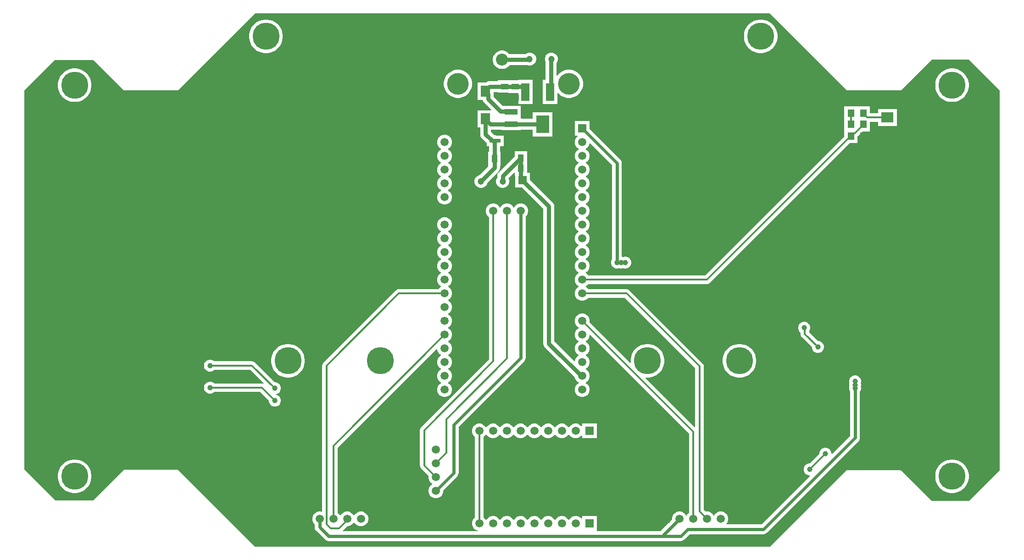
<source format=gbl>
G04*
G04 #@! TF.GenerationSoftware,Altium Limited,Altium Designer,23.0.1 (38)*
G04*
G04 Layer_Physical_Order=2*
G04 Layer_Color=16711680*
%FSLAX25Y25*%
%MOIN*%
G70*
G04*
G04 #@! TF.SameCoordinates,CBCD5F51-024F-4456-99E9-F8A3691CA7AB*
G04*
G04*
G04 #@! TF.FilePolarity,Positive*
G04*
G01*
G75*
%ADD18R,0.05000X0.05500*%
%ADD35C,0.02362*%
%ADD36C,0.01378*%
%ADD37R,0.05984X0.05984*%
%ADD38C,0.05984*%
%ADD39C,0.04724*%
%ADD40C,0.08661*%
%ADD41R,0.09000X0.07500*%
%ADD42O,0.09000X0.07500*%
%ADD43R,0.05984X0.05984*%
%ADD44C,0.19685*%
%ADD45C,0.15748*%
%ADD46C,0.05000*%
%ADD47C,0.03937*%
%ADD48R,0.05500X0.04331*%
%ADD49R,0.09449X0.03937*%
%ADD50R,0.09449X0.12992*%
%ADD51R,0.06000X0.06000*%
%ADD52R,0.04331X0.05500*%
%ADD53O,0.07874X0.02756*%
%ADD54R,0.07874X0.02756*%
%ADD55R,0.06693X0.07874*%
%ADD56R,0.05906X0.12992*%
%ADD57C,0.03150*%
G36*
X597969Y332911D02*
Y332731D01*
X637569D01*
X637592Y332707D01*
X660148Y355263D01*
X686637D01*
X709276Y332623D01*
Y56508D01*
X686903Y34135D01*
X686773Y34265D01*
X659350D01*
Y34334D01*
X637141Y56543D01*
X597821D01*
X542097Y819D01*
X167999D01*
X112038Y56780D01*
Y56806D01*
X72662D01*
X50388Y34531D01*
X23040D01*
X518Y57053D01*
Y57182D01*
X513Y332695D01*
X22759Y354941D01*
X50384D01*
X72633Y332692D01*
Y332681D01*
X111967D01*
X111972Y332676D01*
X168073Y388777D01*
X542103D01*
X597969Y332911D01*
D02*
G37*
%LPC*%
G36*
X536461Y384205D02*
X534540D01*
X532642Y383904D01*
X530815Y383311D01*
X529103Y382438D01*
X527549Y381309D01*
X526191Y379951D01*
X525062Y378397D01*
X524190Y376685D01*
X523596Y374858D01*
X523295Y372960D01*
Y371040D01*
X523596Y369142D01*
X524190Y367315D01*
X525062Y365603D01*
X526191Y364049D01*
X527549Y362691D01*
X529103Y361562D01*
X530815Y360689D01*
X532642Y360096D01*
X534540Y359795D01*
X536461D01*
X538358Y360096D01*
X540185Y360689D01*
X541897Y361562D01*
X543451Y362691D01*
X544809Y364049D01*
X545938Y365603D01*
X546811Y367315D01*
X547404Y369142D01*
X547705Y371040D01*
Y372960D01*
X547404Y374858D01*
X546811Y376685D01*
X545938Y378397D01*
X544809Y379951D01*
X543451Y381309D01*
X541897Y382438D01*
X540185Y383311D01*
X538358Y383904D01*
X536461Y384205D01*
D02*
G37*
G36*
X176961D02*
X175040D01*
X173142Y383904D01*
X171315Y383311D01*
X169603Y382438D01*
X168049Y381309D01*
X166691Y379951D01*
X165562Y378397D01*
X164690Y376685D01*
X164096Y374858D01*
X163795Y372960D01*
Y371040D01*
X164096Y369142D01*
X164690Y367315D01*
X165562Y365603D01*
X166691Y364049D01*
X168049Y362691D01*
X169603Y361562D01*
X171315Y360689D01*
X173142Y360096D01*
X175040Y359795D01*
X176961D01*
X178858Y360096D01*
X180685Y360689D01*
X182397Y361562D01*
X183951Y362691D01*
X185309Y364049D01*
X186438Y365603D01*
X187311Y367315D01*
X187904Y369142D01*
X188205Y371040D01*
Y372960D01*
X187904Y374858D01*
X187311Y376685D01*
X186438Y378397D01*
X185309Y379951D01*
X183951Y381309D01*
X182397Y382438D01*
X180685Y383311D01*
X178858Y383904D01*
X176961Y384205D01*
D02*
G37*
G36*
X348170Y361693D02*
X346852D01*
X345559Y361436D01*
X344340Y360931D01*
X343244Y360199D01*
X342312Y359266D01*
X341580Y358170D01*
X341075Y356952D01*
X340818Y355659D01*
Y354341D01*
X341075Y353048D01*
X341580Y351830D01*
X342312Y350733D01*
X343244Y349801D01*
X344340Y349069D01*
X345559Y348564D01*
X346852Y348307D01*
X348170D01*
X349463Y348564D01*
X350681Y349069D01*
X351777Y349801D01*
X352710Y350733D01*
X353074Y351279D01*
X365483D01*
X365797Y351098D01*
X366999Y350776D01*
X368243D01*
X369445Y351098D01*
X370522Y351719D01*
X371402Y352599D01*
X372024Y353677D01*
X372345Y354878D01*
Y356122D01*
X372024Y357324D01*
X371402Y358401D01*
X370522Y359280D01*
X369445Y359902D01*
X368243Y360224D01*
X366999D01*
X365797Y359902D01*
X364720Y359280D01*
X364661Y359221D01*
X352740D01*
X352710Y359266D01*
X351777Y360199D01*
X350681Y360931D01*
X349463Y361436D01*
X348170Y361693D01*
D02*
G37*
G36*
X369936Y340358D02*
X359306D01*
Y339965D01*
X354733D01*
Y340028D01*
X344509D01*
Y339471D01*
X338515D01*
X337487Y339336D01*
X336529Y338939D01*
X335716Y338315D01*
X329912D01*
Y325717D01*
X333539D01*
X333557Y325580D01*
X333954Y324622D01*
X334585Y323799D01*
X339639Y318745D01*
X339447Y318283D01*
X329912D01*
Y305685D01*
X331650D01*
Y300835D01*
X331785Y299807D01*
X332182Y298849D01*
X332813Y298027D01*
X336322Y294518D01*
Y292260D01*
X338088D01*
Y288112D01*
X337531D01*
Y277887D01*
X337531D01*
X337674Y277542D01*
X331257Y271126D01*
X330423Y270902D01*
X329346Y270281D01*
X328467Y269401D01*
X327845Y268323D01*
X327523Y267122D01*
Y265878D01*
X327845Y264676D01*
X328467Y263599D01*
X329346Y262719D01*
X330423Y262098D01*
X331625Y261776D01*
X332869D01*
X334071Y262098D01*
X335148Y262719D01*
X336028Y263599D01*
X336649Y264676D01*
X336873Y265510D01*
X344514Y273151D01*
X344832Y273469D01*
X345187Y273120D01*
X344556Y272298D01*
X344159Y271340D01*
X344024Y270312D01*
Y269071D01*
X343593Y268323D01*
X343271Y267122D01*
Y265878D01*
X343593Y264676D01*
X344215Y263599D01*
X345094Y262719D01*
X346171Y262098D01*
X347373Y261776D01*
X348617D01*
X349819Y262098D01*
X350896Y262719D01*
X351776Y263599D01*
X352397Y264676D01*
X352719Y265878D01*
Y267122D01*
X352397Y268323D01*
X352114Y268815D01*
X356194Y272895D01*
X356656Y272704D01*
Y270888D01*
X356967D01*
Y262138D01*
X362076D01*
X377529Y246685D01*
Y148548D01*
X377664Y147520D01*
X378061Y146563D01*
X378692Y145740D01*
X400579Y123853D01*
X400826Y122933D01*
X401531Y121712D01*
X402527Y120715D01*
X403267Y120289D01*
Y119711D01*
X402527Y119284D01*
X401531Y118288D01*
X400826Y117067D01*
X400461Y115705D01*
Y114295D01*
X400826Y112933D01*
X401531Y111712D01*
X402527Y110715D01*
X403748Y110011D01*
X405110Y109646D01*
X406520D01*
X407882Y110011D01*
X409103Y110715D01*
X410100Y111712D01*
X410805Y112933D01*
X411169Y114295D01*
Y115705D01*
X410805Y117067D01*
X410100Y118288D01*
X409103Y119284D01*
X408363Y119711D01*
Y120289D01*
X409103Y120715D01*
X410100Y121712D01*
X410805Y122933D01*
X411169Y124295D01*
Y125705D01*
X410805Y127067D01*
X410100Y128288D01*
X409103Y129285D01*
X408363Y129711D01*
Y130289D01*
X409103Y130716D01*
X410100Y131712D01*
X410805Y132933D01*
X411169Y134295D01*
Y135705D01*
X410805Y137067D01*
X410100Y138288D01*
X409103Y139285D01*
X408363Y139711D01*
Y140289D01*
X409103Y140716D01*
X410100Y141712D01*
X410805Y142933D01*
X411169Y144295D01*
Y145705D01*
X410805Y147067D01*
X410100Y148288D01*
X409103Y149285D01*
X408363Y149711D01*
Y150289D01*
X409103Y150715D01*
X410100Y151712D01*
X410805Y152933D01*
X411169Y154295D01*
Y154640D01*
X411631Y154832D01*
X483423Y83040D01*
Y25406D01*
X483212Y25284D01*
X482215Y24288D01*
X481789Y23548D01*
X481211D01*
X480785Y24288D01*
X479788Y25284D01*
X478567Y25989D01*
X477205Y26354D01*
X475795D01*
X474433Y25989D01*
X473212Y25284D01*
X472216Y24288D01*
X471511Y23067D01*
X471146Y21705D01*
Y20700D01*
X462520Y12074D01*
X416485D01*
X416354Y12520D01*
X416354Y12574D01*
Y23228D01*
X405646D01*
Y21497D01*
X405146Y21301D01*
X404288Y22159D01*
X403067Y22863D01*
X401705Y23228D01*
X400295D01*
X398933Y22863D01*
X397712Y22159D01*
X396715Y21162D01*
X396289Y20422D01*
X395711D01*
X395285Y21162D01*
X394288Y22159D01*
X393067Y22863D01*
X391705Y23228D01*
X390295D01*
X388933Y22863D01*
X387712Y22159D01*
X386716Y21162D01*
X386289Y20422D01*
X385711D01*
X385284Y21162D01*
X384288Y22159D01*
X383067Y22863D01*
X381705Y23228D01*
X380295D01*
X378933Y22863D01*
X377712Y22159D01*
X376715Y21162D01*
X376289Y20422D01*
X375711D01*
X375285Y21162D01*
X374288Y22159D01*
X373067Y22863D01*
X371705Y23228D01*
X370295D01*
X368933Y22863D01*
X367712Y22159D01*
X366716Y21162D01*
X366289Y20422D01*
X365711D01*
X365284Y21162D01*
X364288Y22159D01*
X363067Y22863D01*
X361705Y23228D01*
X360295D01*
X358933Y22863D01*
X357712Y22159D01*
X356715Y21162D01*
X356289Y20422D01*
X355711D01*
X355285Y21162D01*
X354288Y22159D01*
X353067Y22863D01*
X351705Y23228D01*
X350295D01*
X348933Y22863D01*
X347712Y22159D01*
X346715Y21162D01*
X346289Y20422D01*
X345711D01*
X345285Y21162D01*
X344288Y22159D01*
X343067Y22863D01*
X341705Y23228D01*
X340295D01*
X338933Y22863D01*
X337712Y22159D01*
X336716Y21162D01*
X336289Y20422D01*
X335711D01*
X335284Y21162D01*
X334288Y22159D01*
X334078Y22280D01*
Y80594D01*
X334288Y80716D01*
X335284Y81712D01*
X335711Y82452D01*
X336289D01*
X336716Y81712D01*
X337712Y80716D01*
X338933Y80011D01*
X340295Y79646D01*
X341705D01*
X343067Y80011D01*
X344288Y80716D01*
X345285Y81712D01*
X345711Y82452D01*
X346289D01*
X346715Y81712D01*
X347712Y80716D01*
X348933Y80011D01*
X350295Y79646D01*
X351705D01*
X353067Y80011D01*
X354288Y80716D01*
X355285Y81712D01*
X355711Y82452D01*
X356289D01*
X356715Y81712D01*
X357712Y80716D01*
X358933Y80011D01*
X360295Y79646D01*
X361705D01*
X363067Y80011D01*
X364288Y80716D01*
X365284Y81712D01*
X365711Y82452D01*
X366289D01*
X366716Y81712D01*
X367712Y80716D01*
X368933Y80011D01*
X370295Y79646D01*
X371705D01*
X373067Y80011D01*
X374288Y80716D01*
X375285Y81712D01*
X375711Y82452D01*
X376289D01*
X376715Y81712D01*
X377712Y80716D01*
X378933Y80011D01*
X380295Y79646D01*
X381705D01*
X383067Y80011D01*
X384288Y80716D01*
X385284Y81712D01*
X385711Y82452D01*
X386289D01*
X386716Y81712D01*
X387712Y80716D01*
X388933Y80011D01*
X390295Y79646D01*
X391705D01*
X393067Y80011D01*
X394288Y80716D01*
X395285Y81712D01*
X395711Y82452D01*
X396289D01*
X396715Y81712D01*
X397712Y80716D01*
X398933Y80011D01*
X400295Y79646D01*
X401705D01*
X403067Y80011D01*
X404288Y80716D01*
X405146Y81573D01*
X405646Y81377D01*
Y79646D01*
X416354D01*
Y90354D01*
X405646D01*
Y88623D01*
X405146Y88427D01*
X404288Y89284D01*
X403067Y89989D01*
X401705Y90354D01*
X400295D01*
X398933Y89989D01*
X397712Y89284D01*
X396715Y88288D01*
X396289Y87548D01*
X395711D01*
X395285Y88288D01*
X394288Y89284D01*
X393067Y89989D01*
X391705Y90354D01*
X390295D01*
X388933Y89989D01*
X387712Y89284D01*
X386716Y88288D01*
X386289Y87548D01*
X385711D01*
X385284Y88288D01*
X384288Y89284D01*
X383067Y89989D01*
X381705Y90354D01*
X380295D01*
X378933Y89989D01*
X377712Y89284D01*
X376715Y88288D01*
X376289Y87548D01*
X375711D01*
X375285Y88288D01*
X374288Y89284D01*
X373067Y89989D01*
X371705Y90354D01*
X370295D01*
X368933Y89989D01*
X367712Y89284D01*
X366716Y88288D01*
X366289Y87548D01*
X365711D01*
X365284Y88288D01*
X364288Y89284D01*
X363067Y89989D01*
X361705Y90354D01*
X360295D01*
X358933Y89989D01*
X357712Y89284D01*
X356715Y88288D01*
X356289Y87548D01*
X355711D01*
X355285Y88288D01*
X354288Y89284D01*
X353067Y89989D01*
X351705Y90354D01*
X350295D01*
X348933Y89989D01*
X347712Y89284D01*
X346715Y88288D01*
X346289Y87548D01*
X345711D01*
X345285Y88288D01*
X344288Y89284D01*
X343067Y89989D01*
X341705Y90354D01*
X340295D01*
X338933Y89989D01*
X337712Y89284D01*
X336716Y88288D01*
X336289Y87548D01*
X335711D01*
X335284Y88288D01*
X334288Y89284D01*
X333067Y89989D01*
X331705Y90354D01*
X330295D01*
X328933Y89989D01*
X327712Y89284D01*
X326715Y88288D01*
X326011Y87067D01*
X325646Y85705D01*
Y84295D01*
X326011Y82933D01*
X326715Y81712D01*
X327712Y80716D01*
X327923Y80594D01*
Y22280D01*
X327712Y22159D01*
X326715Y21162D01*
X326011Y19941D01*
X325646Y18579D01*
Y17169D01*
X326011Y15807D01*
X326715Y14586D01*
X327712Y13589D01*
X328933Y12885D01*
X330093Y12574D01*
X330027Y12074D01*
X232079D01*
X231888Y12536D01*
X234998Y15646D01*
X235705D01*
X237067Y16011D01*
X238288Y16715D01*
X239284Y17712D01*
X239711Y18452D01*
X240289D01*
X240716Y17712D01*
X241712Y16715D01*
X242933Y16011D01*
X244295Y15646D01*
X245705D01*
X247067Y16011D01*
X248288Y16715D01*
X249285Y17712D01*
X249990Y18933D01*
X250354Y20295D01*
Y21705D01*
X249990Y23067D01*
X249285Y24288D01*
X248288Y25284D01*
X247067Y25989D01*
X245705Y26354D01*
X244295D01*
X242933Y25989D01*
X241712Y25284D01*
X240716Y24288D01*
X240289Y23548D01*
X239711D01*
X239284Y24288D01*
X238288Y25284D01*
X237067Y25989D01*
X235705Y26354D01*
X234295D01*
X232933Y25989D01*
X231712Y25284D01*
X230715Y24288D01*
X230289Y23548D01*
X229711D01*
X229285Y24288D01*
X228288Y25284D01*
X228078Y25406D01*
Y72907D01*
X300003Y144832D01*
X300465Y144640D01*
Y144295D01*
X300829Y142933D01*
X301534Y141712D01*
X302531Y140716D01*
X303270Y140289D01*
Y139711D01*
X302531Y139285D01*
X301534Y138288D01*
X300829Y137067D01*
X300465Y135705D01*
Y134295D01*
X300829Y132933D01*
X301534Y131712D01*
X302531Y130716D01*
X303270Y130289D01*
Y129711D01*
X302531Y129285D01*
X301534Y128288D01*
X300829Y127067D01*
X300465Y125705D01*
Y124295D01*
X300829Y122933D01*
X301534Y121712D01*
X302531Y120715D01*
X303270Y120289D01*
Y119711D01*
X302531Y119284D01*
X301534Y118288D01*
X300829Y117067D01*
X300465Y115705D01*
Y114295D01*
X300829Y112933D01*
X301534Y111712D01*
X302531Y110715D01*
X303752Y110011D01*
X305114Y109646D01*
X306524D01*
X307886Y110011D01*
X309106Y110715D01*
X310103Y111712D01*
X310808Y112933D01*
X311173Y114295D01*
Y115705D01*
X310808Y117067D01*
X310103Y118288D01*
X309106Y119284D01*
X308367Y119711D01*
Y120289D01*
X309106Y120715D01*
X310103Y121712D01*
X310808Y122933D01*
X311173Y124295D01*
Y125705D01*
X310808Y127067D01*
X310103Y128288D01*
X309106Y129285D01*
X308367Y129711D01*
Y130289D01*
X309106Y130716D01*
X310103Y131712D01*
X310808Y132933D01*
X311173Y134295D01*
Y135705D01*
X310808Y137067D01*
X310103Y138288D01*
X309106Y139285D01*
X308367Y139711D01*
Y140289D01*
X309106Y140716D01*
X310103Y141712D01*
X310808Y142933D01*
X311173Y144295D01*
Y145705D01*
X310808Y147067D01*
X310103Y148288D01*
X309106Y149285D01*
X308367Y149711D01*
Y150289D01*
X309106Y150715D01*
X310103Y151712D01*
X310808Y152933D01*
X311173Y154295D01*
Y155705D01*
X310808Y157067D01*
X310103Y158288D01*
X309106Y159284D01*
X308367Y159711D01*
Y160289D01*
X309106Y160715D01*
X310103Y161712D01*
X310808Y162933D01*
X311173Y164295D01*
Y165705D01*
X310808Y167067D01*
X310103Y168288D01*
X309106Y169284D01*
X308367Y169711D01*
Y170289D01*
X309106Y170715D01*
X310103Y171712D01*
X310808Y172933D01*
X311173Y174295D01*
Y175705D01*
X310808Y177067D01*
X310103Y178288D01*
X309106Y179285D01*
X308367Y179711D01*
Y180289D01*
X309106Y180716D01*
X310103Y181712D01*
X310808Y182933D01*
X311173Y184295D01*
Y185705D01*
X310808Y187067D01*
X310103Y188288D01*
X309106Y189285D01*
X308367Y189711D01*
Y190289D01*
X309106Y190716D01*
X310103Y191712D01*
X310808Y192933D01*
X311173Y194295D01*
Y195705D01*
X310808Y197067D01*
X310103Y198288D01*
X309106Y199285D01*
X308367Y199711D01*
Y200289D01*
X309106Y200715D01*
X310103Y201712D01*
X310808Y202933D01*
X311173Y204295D01*
Y205705D01*
X310808Y207067D01*
X310103Y208288D01*
X309106Y209284D01*
X308367Y209711D01*
Y210289D01*
X309106Y210716D01*
X310103Y211712D01*
X310808Y212933D01*
X311173Y214295D01*
Y215705D01*
X310808Y217067D01*
X310103Y218288D01*
X309106Y219285D01*
X308367Y219711D01*
Y220289D01*
X309106Y220715D01*
X310103Y221712D01*
X310808Y222933D01*
X311173Y224295D01*
Y225705D01*
X310808Y227067D01*
X310103Y228288D01*
X309106Y229285D01*
X308367Y229711D01*
Y230289D01*
X309106Y230715D01*
X310103Y231712D01*
X310808Y232933D01*
X311173Y234295D01*
Y235705D01*
X310808Y237067D01*
X310103Y238288D01*
X309106Y239284D01*
X307886Y239989D01*
X306524Y240354D01*
X305114D01*
X303752Y239989D01*
X302531Y239284D01*
X301534Y238288D01*
X300829Y237067D01*
X300465Y235705D01*
Y234295D01*
X300829Y232933D01*
X301534Y231712D01*
X302531Y230715D01*
X303270Y230289D01*
Y229711D01*
X302531Y229285D01*
X301534Y228288D01*
X300829Y227067D01*
X300465Y225705D01*
Y224295D01*
X300829Y222933D01*
X301534Y221712D01*
X302531Y220715D01*
X303270Y220289D01*
Y219711D01*
X302531Y219285D01*
X301534Y218288D01*
X300829Y217067D01*
X300465Y215705D01*
Y214295D01*
X300829Y212933D01*
X301534Y211712D01*
X302531Y210716D01*
X303270Y210289D01*
Y209711D01*
X302531Y209284D01*
X301534Y208288D01*
X300829Y207067D01*
X300465Y205705D01*
Y204295D01*
X300829Y202933D01*
X301534Y201712D01*
X302531Y200715D01*
X303270Y200289D01*
Y199711D01*
X302531Y199285D01*
X301534Y198288D01*
X300829Y197067D01*
X300465Y195705D01*
Y194295D01*
X300829Y192933D01*
X301534Y191712D01*
X302531Y190716D01*
X303270Y190289D01*
Y189711D01*
X302531Y189285D01*
X301534Y188288D01*
X301413Y188077D01*
X272500D01*
X271704Y187973D01*
X270961Y187665D01*
X270324Y187176D01*
X217806Y134658D01*
X217317Y134020D01*
X217189Y133713D01*
X217009Y133278D01*
X216904Y132482D01*
Y26444D01*
X216508Y26139D01*
X215705Y26354D01*
X214295D01*
X212933Y25989D01*
X211712Y25284D01*
X210716Y24288D01*
X210011Y23067D01*
X209646Y21705D01*
Y20295D01*
X210011Y18933D01*
X210716Y17712D01*
X211426Y17002D01*
Y15000D01*
X211548Y14075D01*
X211905Y13213D01*
X212473Y12473D01*
X218973Y5973D01*
X218973Y5973D01*
X219713Y5405D01*
X220575Y5048D01*
X221500Y4926D01*
X221500Y4926D01*
X477500D01*
X478425Y5048D01*
X479287Y5405D01*
X480027Y5973D01*
X483980Y9926D01*
X537500D01*
X538425Y10048D01*
X539287Y10405D01*
X540027Y10973D01*
X606527Y77473D01*
X607095Y78213D01*
X607452Y79075D01*
X607574Y80000D01*
Y113529D01*
X608036Y114328D01*
X608331Y115430D01*
Y116570D01*
X608148Y117250D01*
X608331Y117930D01*
Y119070D01*
X608148Y119750D01*
X608331Y120430D01*
Y121570D01*
X608036Y122672D01*
X607465Y123659D01*
X606659Y124465D01*
X605672Y125036D01*
X604570Y125331D01*
X603430D01*
X602328Y125036D01*
X601341Y124465D01*
X600535Y123659D01*
X599964Y122672D01*
X599669Y121570D01*
Y120430D01*
X599852Y119750D01*
X599669Y119070D01*
Y117930D01*
X599852Y117250D01*
X599669Y116570D01*
Y115430D01*
X599964Y114328D01*
X600426Y113529D01*
Y81480D01*
X587331Y68385D01*
X586831Y68592D01*
Y69070D01*
X586536Y70172D01*
X585965Y71159D01*
X585159Y71965D01*
X584172Y72536D01*
X583070Y72831D01*
X581930D01*
X580828Y72536D01*
X579841Y71965D01*
X579035Y71159D01*
X578464Y70172D01*
X578169Y69070D01*
Y68521D01*
X570978Y61331D01*
X570430D01*
X569328Y61036D01*
X568341Y60465D01*
X567535Y59659D01*
X566964Y58672D01*
X566669Y57570D01*
Y56430D01*
X566964Y55328D01*
X567535Y54341D01*
X568341Y53535D01*
X569328Y52964D01*
X570430Y52669D01*
X570908D01*
X571115Y52169D01*
X536020Y17074D01*
X510799D01*
X510608Y17536D01*
X510785Y17712D01*
X511489Y18933D01*
X511854Y20295D01*
Y21705D01*
X511489Y23067D01*
X510785Y24288D01*
X509788Y25284D01*
X508567Y25989D01*
X507205Y26354D01*
X505795D01*
X504433Y25989D01*
X503212Y25284D01*
X502215Y24288D01*
X501789Y23548D01*
X501211D01*
X500785Y24288D01*
X499788Y25284D01*
X498567Y25989D01*
X497205Y26354D01*
X495795D01*
X495561Y26291D01*
X494077Y27775D01*
Y132000D01*
X493973Y132797D01*
X493665Y133539D01*
X493176Y134176D01*
X440176Y187176D01*
X439539Y187665D01*
X439231Y187793D01*
X438797Y187973D01*
X438000Y188077D01*
X410221D01*
X410100Y188288D01*
X409103Y189285D01*
X408363Y189711D01*
Y190289D01*
X409103Y190716D01*
X410100Y191712D01*
X410221Y191922D01*
X496500D01*
X497296Y192027D01*
X497731Y192208D01*
X498039Y192335D01*
X498676Y192824D01*
X600240Y294388D01*
X605862D01*
Y299289D01*
X605987Y299385D01*
X609490Y302888D01*
X614862D01*
Y309923D01*
X620638D01*
Y306888D01*
X634362D01*
Y319112D01*
X620638D01*
Y316077D01*
X614862D01*
Y321112D01*
X596138D01*
Y310888D01*
Y302888D01*
Y298990D01*
X495225Y198077D01*
X410221D01*
X410100Y198288D01*
X409103Y199285D01*
X408363Y199711D01*
Y200289D01*
X409103Y200715D01*
X410100Y201712D01*
X410805Y202933D01*
X411169Y204295D01*
Y205705D01*
X410805Y207067D01*
X410100Y208288D01*
X409103Y209284D01*
X408363Y209711D01*
Y210289D01*
X409103Y210716D01*
X410100Y211712D01*
X410805Y212933D01*
X411169Y214295D01*
Y215705D01*
X410805Y217067D01*
X410100Y218288D01*
X409103Y219285D01*
X408363Y219711D01*
Y220289D01*
X409103Y220715D01*
X410100Y221712D01*
X410805Y222933D01*
X411169Y224295D01*
Y225705D01*
X410805Y227067D01*
X410100Y228288D01*
X409103Y229285D01*
X408363Y229711D01*
Y230289D01*
X409103Y230715D01*
X410100Y231712D01*
X410805Y232933D01*
X411169Y234295D01*
Y235705D01*
X410805Y237067D01*
X410100Y238288D01*
X409103Y239284D01*
X408363Y239711D01*
Y240289D01*
X409103Y240716D01*
X410100Y241712D01*
X410805Y242933D01*
X411169Y244295D01*
Y245705D01*
X410805Y247067D01*
X410100Y248288D01*
X409103Y249285D01*
X408363Y249711D01*
Y250289D01*
X409103Y250715D01*
X410100Y251712D01*
X410805Y252933D01*
X411169Y254295D01*
Y255705D01*
X410805Y257067D01*
X410100Y258288D01*
X409103Y259284D01*
X408363Y259711D01*
Y260289D01*
X409103Y260716D01*
X410100Y261712D01*
X410805Y262933D01*
X411169Y264295D01*
Y265705D01*
X410805Y267067D01*
X410100Y268288D01*
X409103Y269285D01*
X408363Y269711D01*
Y270289D01*
X409103Y270715D01*
X410100Y271712D01*
X410805Y272933D01*
X411169Y274295D01*
Y275705D01*
X410805Y277067D01*
X410100Y278288D01*
X409103Y279285D01*
X408363Y279711D01*
Y280289D01*
X409103Y280715D01*
X410100Y281712D01*
X410805Y282933D01*
X411169Y284295D01*
Y285705D01*
X410805Y287067D01*
X410100Y288288D01*
X409103Y289284D01*
X408363Y289711D01*
Y290289D01*
X409103Y290716D01*
X410100Y291712D01*
X410805Y292933D01*
X411083Y293971D01*
X411640Y294121D01*
X427426Y278335D01*
Y209971D01*
X426964Y209172D01*
X426669Y208070D01*
Y206930D01*
X426964Y205828D01*
X427535Y204841D01*
X428341Y204035D01*
X429328Y203464D01*
X430430Y203169D01*
X431570D01*
X432500Y203418D01*
X433430Y203169D01*
X434570D01*
X435500Y203418D01*
X436430Y203169D01*
X437570D01*
X438672Y203464D01*
X439659Y204035D01*
X440465Y204841D01*
X441036Y205828D01*
X441331Y206930D01*
Y208070D01*
X441036Y209172D01*
X440465Y210159D01*
X439659Y210965D01*
X438672Y211536D01*
X437570Y211831D01*
X436430D01*
X435500Y211582D01*
X434574Y211830D01*
Y279815D01*
X434574Y279815D01*
X434452Y280740D01*
X434095Y281602D01*
X433527Y282342D01*
X433527Y282342D01*
X411169Y304700D01*
Y310354D01*
X400461D01*
Y299646D01*
X402192D01*
X402389Y299146D01*
X401531Y298288D01*
X400826Y297067D01*
X400461Y295705D01*
Y294295D01*
X400826Y292933D01*
X401531Y291712D01*
X402527Y290716D01*
X403267Y290289D01*
Y289711D01*
X402527Y289284D01*
X401531Y288288D01*
X400826Y287067D01*
X400461Y285705D01*
Y284295D01*
X400826Y282933D01*
X401531Y281712D01*
X402527Y280715D01*
X403267Y280289D01*
Y279711D01*
X402527Y279285D01*
X401531Y278288D01*
X400826Y277067D01*
X400461Y275705D01*
Y274295D01*
X400826Y272933D01*
X401531Y271712D01*
X402527Y270715D01*
X403267Y270289D01*
Y269711D01*
X402527Y269285D01*
X401531Y268288D01*
X400826Y267067D01*
X400461Y265705D01*
Y264295D01*
X400826Y262933D01*
X401531Y261712D01*
X402527Y260716D01*
X403267Y260289D01*
Y259711D01*
X402527Y259284D01*
X401531Y258288D01*
X400826Y257067D01*
X400461Y255705D01*
Y254295D01*
X400826Y252933D01*
X401531Y251712D01*
X402527Y250715D01*
X403267Y250289D01*
Y249711D01*
X402527Y249285D01*
X401531Y248288D01*
X400826Y247067D01*
X400461Y245705D01*
Y244295D01*
X400826Y242933D01*
X401531Y241712D01*
X402527Y240716D01*
X403267Y240289D01*
Y239711D01*
X402527Y239284D01*
X401531Y238288D01*
X400826Y237067D01*
X400461Y235705D01*
Y234295D01*
X400826Y232933D01*
X401531Y231712D01*
X402527Y230715D01*
X403267Y230289D01*
Y229711D01*
X402527Y229285D01*
X401531Y228288D01*
X400826Y227067D01*
X400461Y225705D01*
Y224295D01*
X400826Y222933D01*
X401531Y221712D01*
X402527Y220715D01*
X403267Y220289D01*
Y219711D01*
X402527Y219285D01*
X401531Y218288D01*
X400826Y217067D01*
X400461Y215705D01*
Y214295D01*
X400826Y212933D01*
X401531Y211712D01*
X402527Y210716D01*
X403267Y210289D01*
Y209711D01*
X402527Y209284D01*
X401531Y208288D01*
X400826Y207067D01*
X400461Y205705D01*
Y204295D01*
X400826Y202933D01*
X401531Y201712D01*
X402527Y200715D01*
X403267Y200289D01*
Y199711D01*
X402527Y199285D01*
X401531Y198288D01*
X400826Y197067D01*
X400461Y195705D01*
Y194295D01*
X400826Y192933D01*
X401531Y191712D01*
X402527Y190716D01*
X403267Y190289D01*
Y189711D01*
X402527Y189285D01*
X401531Y188288D01*
X400826Y187067D01*
X400461Y185705D01*
Y184295D01*
X400826Y182933D01*
X401531Y181712D01*
X402527Y180716D01*
X403748Y180011D01*
X405110Y179646D01*
X406520D01*
X407882Y180011D01*
X409103Y180716D01*
X410100Y181712D01*
X410221Y181922D01*
X436725D01*
X487922Y130725D01*
Y87898D01*
X487461Y87707D01*
X451778Y123390D01*
X452005Y123835D01*
X452256Y123795D01*
X454177D01*
X456075Y124096D01*
X457902Y124689D01*
X459613Y125562D01*
X461167Y126691D01*
X462526Y128049D01*
X463655Y129603D01*
X464527Y131315D01*
X465121Y133142D01*
X465421Y135039D01*
Y136960D01*
X465121Y138858D01*
X464527Y140685D01*
X463655Y142397D01*
X462526Y143951D01*
X461167Y145309D01*
X459613Y146438D01*
X457902Y147311D01*
X456075Y147904D01*
X454177Y148205D01*
X452256D01*
X450359Y147904D01*
X448532Y147311D01*
X446820Y146438D01*
X445266Y145309D01*
X443907Y143951D01*
X442778Y142397D01*
X441906Y140685D01*
X441312Y138858D01*
X441012Y136960D01*
Y135039D01*
X441052Y134788D01*
X440606Y134561D01*
X411106Y164061D01*
X411169Y164295D01*
Y165705D01*
X410805Y167067D01*
X410100Y168288D01*
X409103Y169284D01*
X407882Y169989D01*
X406520Y170354D01*
X405110D01*
X403748Y169989D01*
X402527Y169284D01*
X401531Y168288D01*
X400826Y167067D01*
X400461Y165705D01*
Y164295D01*
X400826Y162933D01*
X401531Y161712D01*
X402527Y160715D01*
X403267Y160289D01*
Y159711D01*
X402527Y159284D01*
X401531Y158288D01*
X400826Y157067D01*
X400461Y155705D01*
Y154295D01*
X400826Y152933D01*
X401531Y151712D01*
X402527Y150715D01*
X403267Y150289D01*
Y149711D01*
X402527Y149285D01*
X401531Y148288D01*
X400826Y147067D01*
X400461Y145705D01*
Y144295D01*
X400826Y142933D01*
X401531Y141712D01*
X402527Y140716D01*
X403267Y140289D01*
Y139711D01*
X402527Y139285D01*
X401531Y138288D01*
X400826Y137067D01*
X400504Y135867D01*
X400000Y135664D01*
X385471Y150193D01*
Y248330D01*
X385336Y249357D01*
X384939Y250315D01*
X384308Y251137D01*
X367692Y267754D01*
Y272862D01*
X365711D01*
Y278388D01*
Y288613D01*
X356656D01*
Y284589D01*
X345539Y273472D01*
X345222Y273155D01*
X344866Y273503D01*
X345497Y274326D01*
X345894Y275284D01*
X346029Y276311D01*
Y277887D01*
X346586D01*
Y288112D01*
X346029D01*
Y292260D01*
X348920D01*
Y299740D01*
X343879D01*
X343649Y299836D01*
X342621Y299971D01*
X342255D01*
X342119Y299953D01*
X339592Y302480D01*
Y304029D01*
X347117D01*
Y303669D01*
X361290D01*
Y304029D01*
X369952D01*
Y299142D01*
X384125D01*
Y316858D01*
X369952D01*
Y311971D01*
X361629D01*
X361290Y312331D01*
Y312724D01*
X361290D01*
Y321386D01*
X354068D01*
X353810Y321420D01*
X348196D01*
X341364Y328252D01*
Y330244D01*
X341330Y330502D01*
Y331529D01*
X344509D01*
Y330972D01*
X352009D01*
Y330910D01*
X359306D01*
Y322642D01*
X369936D01*
Y340358D01*
D02*
G37*
G36*
X383991Y360224D02*
X382747D01*
X381545Y359902D01*
X380468Y359280D01*
X379589Y358401D01*
X378967Y357324D01*
X378645Y356122D01*
Y354878D01*
X378967Y353677D01*
X379097Y353451D01*
Y340358D01*
X377164D01*
Y322642D01*
X387794D01*
Y330677D01*
X388294Y330851D01*
X389596Y329549D01*
X391272Y328429D01*
X393135Y327657D01*
X395113Y327264D01*
X397129D01*
X399107Y327657D01*
X400970Y328429D01*
X402646Y329549D01*
X404072Y330975D01*
X405192Y332651D01*
X405964Y334514D01*
X406357Y336492D01*
Y338508D01*
X405964Y340486D01*
X405192Y342349D01*
X404072Y344025D01*
X402646Y345451D01*
X400970Y346571D01*
X399107Y347343D01*
X397129Y347736D01*
X395113D01*
X393135Y347343D01*
X391272Y346571D01*
X389596Y345451D01*
X388170Y344025D01*
X387539Y343080D01*
X387039Y343232D01*
Y352488D01*
X387150Y352599D01*
X387772Y353677D01*
X388093Y354878D01*
Y356122D01*
X387772Y357324D01*
X387150Y358401D01*
X386270Y359280D01*
X385193Y359902D01*
X383991Y360224D01*
D02*
G37*
G36*
X316503Y347736D02*
X314487D01*
X312509Y347343D01*
X310646Y346571D01*
X308970Y345451D01*
X307544Y344025D01*
X306424Y342349D01*
X305652Y340486D01*
X305259Y338508D01*
Y336492D01*
X305652Y334514D01*
X306424Y332651D01*
X307544Y330975D01*
X308970Y329549D01*
X310646Y328429D01*
X312509Y327657D01*
X314487Y327264D01*
X316503D01*
X318481Y327657D01*
X320344Y328429D01*
X322020Y329549D01*
X323446Y330975D01*
X324566Y332651D01*
X325338Y334514D01*
X325731Y336492D01*
Y338508D01*
X325338Y340486D01*
X324566Y342349D01*
X323446Y344025D01*
X322020Y345451D01*
X320344Y346571D01*
X318481Y347343D01*
X316503Y347736D01*
D02*
G37*
G36*
X675461Y348705D02*
X673539D01*
X671642Y348404D01*
X669815Y347811D01*
X668103Y346938D01*
X666549Y345809D01*
X665191Y344451D01*
X664062Y342897D01*
X663190Y341185D01*
X662596Y339358D01*
X662295Y337460D01*
Y335540D01*
X662596Y333642D01*
X663190Y331815D01*
X664062Y330103D01*
X665191Y328549D01*
X666549Y327191D01*
X668103Y326062D01*
X669815Y325189D01*
X671642Y324596D01*
X673539Y324295D01*
X675461D01*
X677358Y324596D01*
X679185Y325189D01*
X680897Y326062D01*
X682451Y327191D01*
X683809Y328549D01*
X684938Y330103D01*
X685811Y331815D01*
X686404Y333642D01*
X686705Y335540D01*
Y337460D01*
X686404Y339358D01*
X685811Y341185D01*
X684938Y342897D01*
X683809Y344451D01*
X682451Y345809D01*
X680897Y346938D01*
X679185Y347811D01*
X677358Y348404D01*
X675461Y348705D01*
D02*
G37*
G36*
X37961D02*
X36040D01*
X34142Y348404D01*
X32315Y347811D01*
X30603Y346938D01*
X29049Y345809D01*
X27691Y344451D01*
X26562Y342897D01*
X25690Y341185D01*
X25096Y339358D01*
X24795Y337460D01*
Y335540D01*
X25096Y333642D01*
X25690Y331815D01*
X26562Y330103D01*
X27691Y328549D01*
X29049Y327191D01*
X30603Y326062D01*
X32315Y325189D01*
X34142Y324596D01*
X36040Y324295D01*
X37961D01*
X39858Y324596D01*
X41685Y325189D01*
X43397Y326062D01*
X44951Y327191D01*
X46309Y328549D01*
X47438Y330103D01*
X48311Y331815D01*
X48904Y333642D01*
X49205Y335540D01*
Y337460D01*
X48904Y339358D01*
X48311Y341185D01*
X47438Y342897D01*
X46309Y344451D01*
X44951Y345809D01*
X43397Y346938D01*
X41685Y347811D01*
X39858Y348404D01*
X37961Y348705D01*
D02*
G37*
G36*
X306524Y300354D02*
X305114D01*
X303752Y299989D01*
X302531Y299285D01*
X301534Y298288D01*
X300829Y297067D01*
X300465Y295705D01*
Y294295D01*
X300829Y292933D01*
X301534Y291712D01*
X302531Y290716D01*
X303270Y290289D01*
Y289711D01*
X302531Y289284D01*
X301534Y288288D01*
X300829Y287067D01*
X300465Y285705D01*
Y284295D01*
X300829Y282933D01*
X301534Y281712D01*
X302531Y280715D01*
X303270Y280289D01*
Y279711D01*
X302531Y279285D01*
X301534Y278288D01*
X300829Y277067D01*
X300465Y275705D01*
Y274295D01*
X300829Y272933D01*
X301534Y271712D01*
X302531Y270715D01*
X303270Y270289D01*
Y269711D01*
X302531Y269285D01*
X301534Y268288D01*
X300829Y267067D01*
X300465Y265705D01*
Y264295D01*
X300829Y262933D01*
X301534Y261712D01*
X302531Y260716D01*
X303270Y260289D01*
Y259711D01*
X302531Y259284D01*
X301534Y258288D01*
X300829Y257067D01*
X300465Y255705D01*
Y254295D01*
X300829Y252933D01*
X301534Y251712D01*
X302531Y250715D01*
X303752Y250011D01*
X305114Y249646D01*
X306524D01*
X307886Y250011D01*
X309106Y250715D01*
X310103Y251712D01*
X310808Y252933D01*
X311173Y254295D01*
Y255705D01*
X310808Y257067D01*
X310103Y258288D01*
X309106Y259284D01*
X308367Y259711D01*
Y260289D01*
X309106Y260716D01*
X310103Y261712D01*
X310808Y262933D01*
X311173Y264295D01*
Y265705D01*
X310808Y267067D01*
X310103Y268288D01*
X309106Y269285D01*
X308367Y269711D01*
Y270289D01*
X309106Y270715D01*
X310103Y271712D01*
X310808Y272933D01*
X311173Y274295D01*
Y275705D01*
X310808Y277067D01*
X310103Y278288D01*
X309106Y279285D01*
X308367Y279711D01*
Y280289D01*
X309106Y280715D01*
X310103Y281712D01*
X310808Y282933D01*
X311173Y284295D01*
Y285705D01*
X310808Y287067D01*
X310103Y288288D01*
X309106Y289284D01*
X308367Y289711D01*
Y290289D01*
X309106Y290716D01*
X310103Y291712D01*
X310808Y292933D01*
X311173Y294295D01*
Y295705D01*
X310808Y297067D01*
X310103Y298288D01*
X309106Y299285D01*
X307886Y299989D01*
X306524Y300354D01*
D02*
G37*
G36*
X361826Y250354D02*
X360416D01*
X359054Y249989D01*
X357833Y249285D01*
X356837Y248288D01*
X356410Y247548D01*
X355832D01*
X355405Y248288D01*
X354409Y249285D01*
X353188Y249989D01*
X351826Y250354D01*
X350416D01*
X349054Y249989D01*
X347833Y249285D01*
X346836Y248288D01*
X346410Y247548D01*
X345832D01*
X345406Y248288D01*
X344409Y249285D01*
X343188Y249989D01*
X341826Y250354D01*
X340416D01*
X339054Y249989D01*
X337833Y249285D01*
X336837Y248288D01*
X336132Y247067D01*
X335767Y245705D01*
Y244295D01*
X336132Y242933D01*
X336837Y241712D01*
X337833Y240716D01*
X338043Y240594D01*
Y136896D01*
X288824Y87676D01*
X288335Y87039D01*
X288208Y86731D01*
X288027Y86296D01*
X287923Y85500D01*
Y59906D01*
X288027Y59110D01*
X288208Y58675D01*
X288335Y58368D01*
X288824Y57730D01*
X294114Y52440D01*
X294051Y52206D01*
Y50796D01*
X294416Y49434D01*
X295121Y48213D01*
X296118Y47216D01*
X296857Y46790D01*
Y46212D01*
X296118Y45785D01*
X295121Y44788D01*
X294416Y43567D01*
X294051Y42206D01*
Y40796D01*
X294416Y39434D01*
X295121Y38213D01*
X296118Y37216D01*
X297339Y36511D01*
X298700Y36147D01*
X300110D01*
X301472Y36511D01*
X302693Y37216D01*
X303690Y38213D01*
X304395Y39434D01*
X304760Y40796D01*
Y41801D01*
X315027Y52068D01*
X315595Y52808D01*
X315952Y53670D01*
X316074Y54595D01*
Y88020D01*
X363648Y135594D01*
X364216Y136334D01*
X364573Y137196D01*
X364695Y138121D01*
Y241002D01*
X365406Y241712D01*
X366110Y242933D01*
X366475Y244295D01*
Y245705D01*
X366110Y247067D01*
X365406Y248288D01*
X364409Y249285D01*
X363188Y249989D01*
X361826Y250354D01*
D02*
G37*
G36*
X567570Y164331D02*
X566430D01*
X565328Y164036D01*
X564341Y163465D01*
X563535Y162659D01*
X562964Y161672D01*
X562669Y160570D01*
Y159430D01*
X562964Y158328D01*
X563535Y157341D01*
X564341Y156535D01*
X564489Y156449D01*
Y155433D01*
X564594Y154637D01*
X564774Y154202D01*
X564902Y153894D01*
X565391Y153257D01*
X572669Y145978D01*
Y145430D01*
X572964Y144328D01*
X573535Y143341D01*
X574341Y142535D01*
X575328Y141964D01*
X576430Y141669D01*
X577570D01*
X578672Y141964D01*
X579659Y142535D01*
X580465Y143341D01*
X581036Y144328D01*
X581331Y145430D01*
Y146570D01*
X581036Y147672D01*
X580465Y148659D01*
X579659Y149465D01*
X578672Y150036D01*
X577570Y150331D01*
X577022D01*
X570644Y156708D01*
Y157651D01*
X571036Y158328D01*
X571331Y159430D01*
Y160570D01*
X571036Y161672D01*
X570465Y162659D01*
X569659Y163465D01*
X568672Y164036D01*
X567570Y164331D01*
D02*
G37*
G36*
X520961Y148205D02*
X519039D01*
X517142Y147904D01*
X515315Y147311D01*
X513603Y146438D01*
X512049Y145309D01*
X510691Y143951D01*
X509562Y142397D01*
X508689Y140685D01*
X508096Y138858D01*
X507795Y136960D01*
Y135039D01*
X508096Y133142D01*
X508689Y131315D01*
X509562Y129603D01*
X510691Y128049D01*
X512049Y126691D01*
X513603Y125562D01*
X515315Y124689D01*
X517142Y124096D01*
X519039Y123795D01*
X520961D01*
X522858Y124096D01*
X524685Y124689D01*
X526397Y125562D01*
X527951Y126691D01*
X529309Y128049D01*
X530438Y129603D01*
X531311Y131315D01*
X531904Y133142D01*
X532205Y135039D01*
Y136960D01*
X531904Y138858D01*
X531311Y140685D01*
X530438Y142397D01*
X529309Y143951D01*
X527951Y145309D01*
X526397Y146438D01*
X524685Y147311D01*
X522858Y147904D01*
X520961Y148205D01*
D02*
G37*
G36*
X192961D02*
X191040D01*
X189142Y147904D01*
X187315Y147311D01*
X185603Y146438D01*
X184049Y145309D01*
X182691Y143951D01*
X181562Y142397D01*
X180690Y140685D01*
X180096Y138858D01*
X179795Y136960D01*
Y135039D01*
X180096Y133142D01*
X180690Y131315D01*
X181562Y129603D01*
X182691Y128049D01*
X184049Y126691D01*
X185603Y125562D01*
X187315Y124689D01*
X189142Y124096D01*
X191040Y123795D01*
X192961D01*
X194858Y124096D01*
X196685Y124689D01*
X198397Y125562D01*
X199951Y126691D01*
X201309Y128049D01*
X202438Y129603D01*
X203311Y131315D01*
X203904Y133142D01*
X204205Y135039D01*
Y136960D01*
X203904Y138858D01*
X203311Y140685D01*
X202438Y142397D01*
X201309Y143951D01*
X199951Y145309D01*
X198397Y146438D01*
X196685Y147311D01*
X194858Y147904D01*
X192961Y148205D01*
D02*
G37*
G36*
X135872Y136890D02*
X134732D01*
X133631Y136594D01*
X132643Y136024D01*
X131837Y135218D01*
X131267Y134230D01*
X130972Y133129D01*
Y131989D01*
X131267Y130887D01*
X131837Y129900D01*
X132643Y129093D01*
X133631Y128523D01*
X134732Y128228D01*
X135872D01*
X136974Y128523D01*
X137961Y129093D01*
X138349Y129481D01*
X164666D01*
X174372Y119775D01*
X174089Y119351D01*
X173796Y119473D01*
X173000Y119578D01*
X138349D01*
X137961Y119965D01*
X136974Y120536D01*
X135872Y120831D01*
X134732D01*
X133631Y120536D01*
X132643Y119965D01*
X131837Y119159D01*
X131267Y118172D01*
X130972Y117070D01*
Y115930D01*
X131267Y114828D01*
X131837Y113841D01*
X132643Y113035D01*
X133631Y112464D01*
X134732Y112169D01*
X135872D01*
X136974Y112464D01*
X137961Y113035D01*
X138349Y113423D01*
X171725D01*
X178169Y106978D01*
Y106430D01*
X178464Y105328D01*
X179035Y104341D01*
X179841Y103535D01*
X180828Y102964D01*
X181930Y102669D01*
X183070D01*
X184172Y102964D01*
X185159Y103535D01*
X185965Y104341D01*
X186536Y105328D01*
X186831Y106430D01*
Y107570D01*
X186536Y108672D01*
X185965Y109659D01*
X185159Y110465D01*
X184172Y111036D01*
X183404Y111241D01*
Y111759D01*
X184172Y111964D01*
X185159Y112535D01*
X185965Y113341D01*
X186536Y114328D01*
X186831Y115430D01*
Y116570D01*
X186536Y117672D01*
X185965Y118659D01*
X185159Y119465D01*
X184172Y120036D01*
X183070Y120331D01*
X182521D01*
X168117Y134735D01*
X167480Y135224D01*
X167173Y135351D01*
X166738Y135531D01*
X165941Y135636D01*
X138349D01*
X137961Y136024D01*
X136974Y136594D01*
X135872Y136890D01*
D02*
G37*
G36*
X675461Y64205D02*
X673539D01*
X671642Y63904D01*
X669815Y63311D01*
X668103Y62438D01*
X666549Y61309D01*
X665191Y59951D01*
X664062Y58397D01*
X663190Y56685D01*
X662596Y54858D01*
X662295Y52960D01*
Y51039D01*
X662596Y49142D01*
X663190Y47315D01*
X664062Y45603D01*
X665191Y44049D01*
X666549Y42691D01*
X668103Y41562D01*
X669815Y40689D01*
X671642Y40096D01*
X673539Y39795D01*
X675461D01*
X677358Y40096D01*
X679185Y40689D01*
X680897Y41562D01*
X682451Y42691D01*
X683809Y44049D01*
X684938Y45603D01*
X685811Y47315D01*
X686404Y49142D01*
X686705Y51039D01*
Y52960D01*
X686404Y54858D01*
X685811Y56685D01*
X684938Y58397D01*
X683809Y59951D01*
X682451Y61309D01*
X680897Y62438D01*
X679185Y63311D01*
X677358Y63904D01*
X675461Y64205D01*
D02*
G37*
G36*
X37961D02*
X36040D01*
X34142Y63904D01*
X32315Y63311D01*
X30603Y62438D01*
X29049Y61309D01*
X27691Y59951D01*
X26562Y58397D01*
X25690Y56685D01*
X25096Y54858D01*
X24795Y52960D01*
Y51039D01*
X25096Y49142D01*
X25690Y47315D01*
X26562Y45603D01*
X27691Y44049D01*
X29049Y42691D01*
X30603Y41562D01*
X32315Y40689D01*
X34142Y40096D01*
X36040Y39795D01*
X37961D01*
X39858Y40096D01*
X41685Y40689D01*
X43397Y41562D01*
X44951Y42691D01*
X46309Y44049D01*
X47438Y45603D01*
X48311Y47315D01*
X48904Y49142D01*
X49205Y51039D01*
Y52960D01*
X48904Y54858D01*
X48311Y56685D01*
X47438Y58397D01*
X46309Y59951D01*
X44951Y61309D01*
X43397Y62438D01*
X41685Y63311D01*
X39858Y63904D01*
X37961Y64205D01*
D02*
G37*
%LPD*%
D18*
X610000Y299500D02*
D03*
X601000D02*
D03*
X610000Y308000D02*
D03*
X601000D02*
D03*
Y316000D02*
D03*
X610000D02*
D03*
D35*
X604000Y80000D02*
Y121000D01*
X537500Y13500D02*
X604000Y80000D01*
X482500Y13500D02*
X537500D01*
X477500Y8500D02*
X482500Y13500D01*
X464000Y8500D02*
X477500D01*
X431000Y207500D02*
Y279815D01*
X221500Y8500D02*
X464000D01*
X215000Y15000D02*
X221500Y8500D01*
X464000D02*
X476500Y21000D01*
X215000Y15000D02*
Y21000D01*
X405815Y305000D02*
X431000Y279815D01*
X312500Y89500D02*
X361121Y138121D01*
X312500Y54595D02*
Y89500D01*
X361121Y138121D02*
Y245000D01*
X299405Y41501D02*
X312500Y54595D01*
D36*
X491000Y26500D02*
X496500Y21000D01*
X491000Y26500D02*
Y132000D01*
X438000Y185000D02*
X491000Y132000D01*
X486500Y21000D02*
Y84315D01*
X219982Y132482D02*
X272500Y185000D01*
X219982Y17018D02*
Y132482D01*
Y17018D02*
X223000Y14000D01*
X235000Y20000D02*
Y21000D01*
X229000Y14000D02*
X235000Y20000D01*
X223000Y14000D02*
X229000D01*
X225000Y21000D02*
Y74181D01*
X173000Y116500D02*
X182500Y107000D01*
X135302Y116500D02*
X173000D01*
X135302Y132559D02*
X165941D01*
X182500Y116000D01*
X571000Y57000D02*
X582500Y68500D01*
X567567Y155433D02*
X577000Y146000D01*
X567567Y155433D02*
Y159433D01*
X567000Y160000D02*
X567567Y159433D01*
X351121Y137621D02*
Y245000D01*
X307000Y69095D02*
Y93500D01*
X351121Y137621D01*
X299405Y61501D02*
X307000Y69095D01*
X341121Y135621D02*
Y245000D01*
X291000Y59906D02*
Y85500D01*
X341121Y135621D01*
X291000Y59906D02*
X299405Y51501D01*
X496500Y195000D02*
X598939Y297439D01*
X601000Y299250D02*
Y299500D01*
X599189Y297439D02*
X601000Y299250D01*
X598939Y297439D02*
X599189D01*
X405815Y195000D02*
X496500D01*
X405815Y185000D02*
X438000D01*
X331000Y17874D02*
Y85000D01*
X405815Y165000D02*
X486500Y84315D01*
X272500Y185000D02*
X305819D01*
X225000Y74181D02*
X305819Y155000D01*
X603811Y301561D02*
X610000Y307750D01*
X602811Y301561D02*
X603811D01*
X601000Y299750D02*
X602811Y301561D01*
X610000Y307750D02*
Y308000D01*
X601000Y299500D02*
Y299750D01*
Y308000D02*
Y316000D01*
X612750Y313000D02*
X627500D01*
X610000Y315750D02*
X612750Y313000D01*
X610000Y315750D02*
Y316000D01*
D37*
X205000Y21000D02*
D03*
X466500D02*
D03*
X411000Y17874D02*
D03*
Y85000D02*
D03*
X371121Y245000D02*
D03*
D38*
X215000Y21000D02*
D03*
X225000D02*
D03*
X235000D02*
D03*
X245000D02*
D03*
X476500D02*
D03*
X486500D02*
D03*
X496500D02*
D03*
X506500D02*
D03*
X381000Y17874D02*
D03*
X391000D02*
D03*
X401000D02*
D03*
X321000D02*
D03*
X331000D02*
D03*
X341000D02*
D03*
X351000D02*
D03*
X361000D02*
D03*
X371000D02*
D03*
X401000Y85000D02*
D03*
X381000D02*
D03*
X371000D02*
D03*
X361000D02*
D03*
X351000D02*
D03*
X341000D02*
D03*
X331000D02*
D03*
X391000D02*
D03*
X321000D02*
D03*
X351121Y245000D02*
D03*
X341121D02*
D03*
X361121D02*
D03*
X305819D02*
D03*
Y295000D02*
D03*
Y285000D02*
D03*
Y275000D02*
D03*
Y265000D02*
D03*
Y255000D02*
D03*
Y235000D02*
D03*
Y225000D02*
D03*
Y215000D02*
D03*
Y205000D02*
D03*
Y195000D02*
D03*
Y185000D02*
D03*
Y175000D02*
D03*
Y165000D02*
D03*
Y155000D02*
D03*
Y145000D02*
D03*
Y135000D02*
D03*
Y125000D02*
D03*
Y115000D02*
D03*
X299405Y71501D02*
D03*
Y61501D02*
D03*
Y51501D02*
D03*
Y41501D02*
D03*
X405815Y115000D02*
D03*
Y135000D02*
D03*
Y145000D02*
D03*
Y155000D02*
D03*
Y165000D02*
D03*
Y185000D02*
D03*
Y195000D02*
D03*
Y205000D02*
D03*
Y215000D02*
D03*
Y225000D02*
D03*
Y235000D02*
D03*
Y245000D02*
D03*
Y255000D02*
D03*
Y265000D02*
D03*
Y275000D02*
D03*
Y285000D02*
D03*
Y295000D02*
D03*
Y125000D02*
D03*
Y175000D02*
D03*
D39*
X347995Y266500D02*
D03*
X332247D02*
D03*
X383369Y355500D02*
D03*
X367621D02*
D03*
D40*
X333731Y355000D02*
D03*
X347511D02*
D03*
D41*
X627500Y313000D02*
D03*
D42*
Y303000D02*
D03*
D43*
X305819Y305000D02*
D03*
X299405Y31501D02*
D03*
X405815Y305000D02*
D03*
D44*
X535500Y372000D02*
D03*
X176000D02*
D03*
X674500Y336500D02*
D03*
X520000Y136000D02*
D03*
X453217D02*
D03*
X259000D02*
D03*
X192000D02*
D03*
X674500Y52000D02*
D03*
X37000D02*
D03*
Y336500D02*
D03*
D45*
X396121Y337500D02*
D03*
X315495D02*
D03*
D46*
X512500Y279000D02*
D03*
X499500Y267000D02*
D03*
X73500Y205500D02*
D03*
X113000Y166500D02*
D03*
X92750D02*
D03*
X72500D02*
D03*
X99500Y181000D02*
D03*
X81750D02*
D03*
X64000D02*
D03*
X440000Y294000D02*
D03*
X500243Y5236D02*
D03*
X450000Y301500D02*
D03*
X471000Y321000D02*
D03*
X458500Y320500D02*
D03*
X500243Y115472D02*
D03*
X495000Y330500D02*
D03*
X489000Y340500D02*
D03*
X473750D02*
D03*
X458500D02*
D03*
X693157Y335945D02*
D03*
Y280827D02*
D03*
Y225709D02*
D03*
Y170591D02*
D03*
Y115472D02*
D03*
Y60354D02*
D03*
X679377Y308386D02*
D03*
Y253268D02*
D03*
Y143032D02*
D03*
X665597Y115472D02*
D03*
X679377Y87913D02*
D03*
X638038Y280827D02*
D03*
X651818Y253268D02*
D03*
X638038Y225709D02*
D03*
Y170591D02*
D03*
X651818Y87913D02*
D03*
X638038Y60354D02*
D03*
X610479Y280827D02*
D03*
Y225709D02*
D03*
Y170591D02*
D03*
X624259Y87913D02*
D03*
X610479Y60354D02*
D03*
X582920Y335945D02*
D03*
Y225709D02*
D03*
X596700Y198150D02*
D03*
X582920Y170591D02*
D03*
X596700Y143032D02*
D03*
X582920Y115472D02*
D03*
X569141Y308386D02*
D03*
X555361Y280827D02*
D03*
X569141Y253268D02*
D03*
X555361Y225709D02*
D03*
Y170591D02*
D03*
Y115472D02*
D03*
X569141Y87913D02*
D03*
Y32795D02*
D03*
X527802Y170591D02*
D03*
X541582Y143032D02*
D03*
X527802Y115472D02*
D03*
X541582Y87913D02*
D03*
Y32795D02*
D03*
X527802Y5236D02*
D03*
X514023Y363504D02*
D03*
Y198150D02*
D03*
X500243Y170591D02*
D03*
X514023Y32795D02*
D03*
X486464Y363504D02*
D03*
Y253268D02*
D03*
X472684Y170591D02*
D03*
Y115472D02*
D03*
X458905Y363504D02*
D03*
Y308386D02*
D03*
X445125Y115472D02*
D03*
X458905Y87913D02*
D03*
Y32795D02*
D03*
X431346Y363504D02*
D03*
X417566Y170591D02*
D03*
X431346Y87913D02*
D03*
Y32795D02*
D03*
X403787Y363504D02*
D03*
X390007Y225709D02*
D03*
Y170591D02*
D03*
Y115472D02*
D03*
X403787Y32795D02*
D03*
X376227Y363504D02*
D03*
Y143032D02*
D03*
X362448Y115472D02*
D03*
X334889Y225709D02*
D03*
Y170591D02*
D03*
X348668Y32795D02*
D03*
X321109Y363504D02*
D03*
Y198150D02*
D03*
Y143032D02*
D03*
Y32795D02*
D03*
X293550Y363504D02*
D03*
X279771Y280827D02*
D03*
X293550Y253268D02*
D03*
Y198150D02*
D03*
X279771Y60354D02*
D03*
X265991Y363504D02*
D03*
X252212Y280827D02*
D03*
X265991Y253268D02*
D03*
Y87913D02*
D03*
X252212Y60354D02*
D03*
X265991Y32795D02*
D03*
X238432Y363504D02*
D03*
X224653Y335945D02*
D03*
X238432Y198150D02*
D03*
X224653Y170591D02*
D03*
X210873Y363504D02*
D03*
X197093Y225709D02*
D03*
X210873Y198150D02*
D03*
X197093Y170591D02*
D03*
X210873Y143032D02*
D03*
X197093Y60354D02*
D03*
X169534Y335945D02*
D03*
X183314Y253268D02*
D03*
X169534Y225709D02*
D03*
X183314Y198150D02*
D03*
Y87913D02*
D03*
Y32795D02*
D03*
X169534Y5236D02*
D03*
X155755Y363504D02*
D03*
X141975Y335945D02*
D03*
Y280827D02*
D03*
Y225709D02*
D03*
Y170591D02*
D03*
X155755Y143032D02*
D03*
Y87913D02*
D03*
Y32795D02*
D03*
X114416Y280827D02*
D03*
X128196Y253268D02*
D03*
Y198150D02*
D03*
Y87913D02*
D03*
X114416Y60354D02*
D03*
X86857Y280827D02*
D03*
Y225709D02*
D03*
Y115472D02*
D03*
X100637Y87913D02*
D03*
X86857Y60354D02*
D03*
X59298Y335945D02*
D03*
Y280827D02*
D03*
X73078Y253268D02*
D03*
X59298Y225709D02*
D03*
Y115472D02*
D03*
X73078Y87913D02*
D03*
X59298Y60354D02*
D03*
X45519Y308386D02*
D03*
X31739Y280827D02*
D03*
Y225709D02*
D03*
Y170591D02*
D03*
X45519Y143032D02*
D03*
X31739Y115472D02*
D03*
X45519Y87913D02*
D03*
X17960Y308386D02*
D03*
X4180Y280827D02*
D03*
X17960Y253268D02*
D03*
X4180Y225709D02*
D03*
X17960Y198150D02*
D03*
X4180Y170591D02*
D03*
X17960Y143032D02*
D03*
X4180Y115472D02*
D03*
X17960Y87913D02*
D03*
X4180Y60354D02*
D03*
D47*
X604000Y116000D02*
D03*
Y118500D02*
D03*
Y121000D02*
D03*
X431000Y207500D02*
D03*
X437000D02*
D03*
X434000D02*
D03*
X135302Y116500D02*
D03*
X182500Y107000D02*
D03*
Y116000D02*
D03*
X135302Y132559D02*
D03*
X582500Y68500D02*
D03*
X571000Y57000D02*
D03*
X567000Y160000D02*
D03*
X577000Y146000D02*
D03*
D48*
X357122Y327564D02*
D03*
Y335437D02*
D03*
X349621Y327626D02*
D03*
Y335500D02*
D03*
D49*
X354204Y298945D02*
D03*
Y317055D02*
D03*
Y308000D02*
D03*
D50*
X377038D02*
D03*
D51*
X375912Y267500D02*
D03*
X362330D02*
D03*
D52*
X369057Y276001D02*
D03*
X361184D02*
D03*
X369057Y283501D02*
D03*
X361184D02*
D03*
X334185Y282999D02*
D03*
X342058D02*
D03*
D53*
X328621Y296000D02*
D03*
D54*
X342621D02*
D03*
D55*
X335621Y311984D02*
D03*
Y332016D02*
D03*
D56*
X382479Y331500D02*
D03*
X364621D02*
D03*
D57*
X361184Y277147D02*
X361251Y277080D01*
Y268579D02*
X381500Y248330D01*
X361251Y268579D02*
Y277080D01*
X361184Y282916D02*
Y283501D01*
Y277147D02*
Y282916D01*
X360008Y282325D02*
X360593D01*
X347995Y270312D02*
X360008Y282325D01*
X347995Y266500D02*
Y270312D01*
X360593Y282325D02*
X361184Y282916D01*
X381500Y148548D02*
X405048Y125000D01*
X381500Y148548D02*
Y248330D01*
X354204Y308000D02*
X377038D01*
X405048Y125000D02*
X405815D01*
X332247Y266500D02*
X342058Y276311D01*
Y282999D01*
Y295803D02*
X342255Y296000D01*
X342621D01*
X342058Y282999D02*
Y295803D01*
X335621Y311394D02*
Y311984D01*
Y300835D02*
Y311394D01*
Y300835D02*
X340456Y296000D01*
X335621Y311394D02*
X339015Y308000D01*
X354204D01*
X335621Y332016D02*
X337393Y330244D01*
Y326607D02*
X346551Y317449D01*
X337393Y326607D02*
Y330244D01*
X346551Y317449D02*
X353810D01*
X354204Y317055D01*
X338515Y335500D02*
X349621D01*
X335621Y332606D02*
X338515Y335500D01*
X357090Y335469D02*
X357122Y335437D01*
X349652Y335469D02*
X357090D01*
X349621Y335500D02*
X349652Y335469D01*
X364621Y331500D02*
Y334060D01*
X363243Y335437D02*
X364621Y334060D01*
X357122Y335437D02*
X363243D01*
X383068Y355199D02*
X383369Y355500D01*
X383068Y332089D02*
Y355199D01*
X382479Y331500D02*
X383068Y332089D01*
X347511Y355000D02*
X347761Y355250D01*
X367371D02*
X367621Y355500D01*
X347761Y355250D02*
X367371D01*
M02*

</source>
